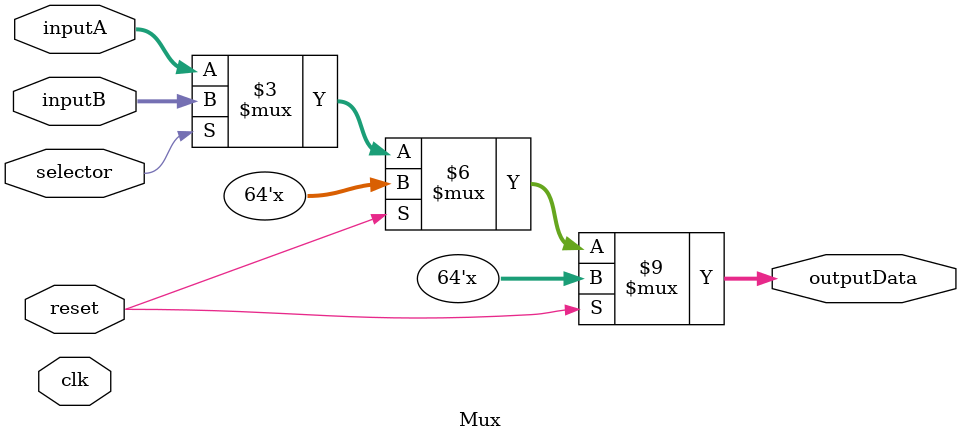
<source format=v>
`timescale 1ns / 1ps

module Mux(
    input clk, 
    input reset,
    
    input [63:0] inputA,
    input [63:0] inputB,
    input selector,
    output reg [63:0] outputData
    );
    
    always @(*)
    //Select data in Mux
    //Output
        //outputData
    begin
        if(reset)
        begin
            //#1 outputData = 0;
        end
        else
        begin
            if (selector)
            begin
                #1 outputData = inputB;
            end
            else
            begin
                #1 outputData = inputA;
            end
        end
    end
    
    
    /*
    always @(posedge clk)
    //Select data in Mux
    //Output
        //outputData
    begin
        if(reset)
        begin
            outputData <= 0;
        end
        else
        begin
            if (selector)
            begin
                outputData <= inputB;
            end
            else
            begin
                outputData <= inputA;
            end
        end
    end*/
    
    
endmodule

</source>
